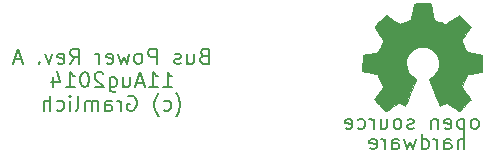
<source format=gbo>
%FSLAX34Y34*%
G04 Gerber Fmt 3.4, Leading zero omitted, Abs format*
G04 (created by PCBNEW (2014-jan-25)-product) date Sun 17 Aug 2014 09:07:50 PM PDT*
%MOIN*%
G01*
G70*
G90*
G04 APERTURE LIST*
%ADD10C,0.003937*%
%ADD11C,0.008000*%
%ADD12C,0.000100*%
G04 APERTURE END LIST*
G54D10*
G54D11*
X47335Y-43459D02*
X47263Y-43483D01*
X47239Y-43507D01*
X47216Y-43555D01*
X47216Y-43626D01*
X47239Y-43674D01*
X47263Y-43697D01*
X47311Y-43721D01*
X47501Y-43721D01*
X47501Y-43221D01*
X47335Y-43221D01*
X47287Y-43245D01*
X47263Y-43269D01*
X47239Y-43317D01*
X47239Y-43364D01*
X47263Y-43412D01*
X47287Y-43436D01*
X47335Y-43459D01*
X47501Y-43459D01*
X46787Y-43388D02*
X46787Y-43721D01*
X47001Y-43388D02*
X47001Y-43650D01*
X46977Y-43697D01*
X46930Y-43721D01*
X46858Y-43721D01*
X46811Y-43697D01*
X46787Y-43674D01*
X46573Y-43697D02*
X46525Y-43721D01*
X46430Y-43721D01*
X46382Y-43697D01*
X46358Y-43650D01*
X46358Y-43626D01*
X46382Y-43578D01*
X46430Y-43555D01*
X46501Y-43555D01*
X46549Y-43531D01*
X46573Y-43483D01*
X46573Y-43459D01*
X46549Y-43412D01*
X46501Y-43388D01*
X46430Y-43388D01*
X46382Y-43412D01*
X45763Y-43721D02*
X45763Y-43221D01*
X45573Y-43221D01*
X45525Y-43245D01*
X45501Y-43269D01*
X45477Y-43317D01*
X45477Y-43388D01*
X45501Y-43436D01*
X45525Y-43459D01*
X45573Y-43483D01*
X45763Y-43483D01*
X45192Y-43721D02*
X45239Y-43697D01*
X45263Y-43674D01*
X45287Y-43626D01*
X45287Y-43483D01*
X45263Y-43436D01*
X45239Y-43412D01*
X45192Y-43388D01*
X45120Y-43388D01*
X45073Y-43412D01*
X45049Y-43436D01*
X45025Y-43483D01*
X45025Y-43626D01*
X45049Y-43674D01*
X45073Y-43697D01*
X45120Y-43721D01*
X45192Y-43721D01*
X44858Y-43388D02*
X44763Y-43721D01*
X44668Y-43483D01*
X44573Y-43721D01*
X44477Y-43388D01*
X44097Y-43697D02*
X44144Y-43721D01*
X44239Y-43721D01*
X44287Y-43697D01*
X44311Y-43650D01*
X44311Y-43459D01*
X44287Y-43412D01*
X44239Y-43388D01*
X44144Y-43388D01*
X44097Y-43412D01*
X44073Y-43459D01*
X44073Y-43507D01*
X44311Y-43555D01*
X43858Y-43721D02*
X43858Y-43388D01*
X43858Y-43483D02*
X43835Y-43436D01*
X43811Y-43412D01*
X43763Y-43388D01*
X43716Y-43388D01*
X42882Y-43721D02*
X43049Y-43483D01*
X43168Y-43721D02*
X43168Y-43221D01*
X42977Y-43221D01*
X42930Y-43245D01*
X42906Y-43269D01*
X42882Y-43317D01*
X42882Y-43388D01*
X42906Y-43436D01*
X42930Y-43459D01*
X42977Y-43483D01*
X43168Y-43483D01*
X42477Y-43697D02*
X42525Y-43721D01*
X42620Y-43721D01*
X42668Y-43697D01*
X42692Y-43650D01*
X42692Y-43459D01*
X42668Y-43412D01*
X42620Y-43388D01*
X42525Y-43388D01*
X42477Y-43412D01*
X42454Y-43459D01*
X42454Y-43507D01*
X42692Y-43555D01*
X42287Y-43388D02*
X42168Y-43721D01*
X42049Y-43388D01*
X41858Y-43674D02*
X41835Y-43697D01*
X41858Y-43721D01*
X41882Y-43697D01*
X41858Y-43674D01*
X41858Y-43721D01*
X41263Y-43578D02*
X41025Y-43578D01*
X41311Y-43721D02*
X41144Y-43221D01*
X40977Y-43721D01*
X45989Y-44501D02*
X46275Y-44501D01*
X46132Y-44501D02*
X46132Y-44001D01*
X46180Y-44073D01*
X46227Y-44120D01*
X46275Y-44144D01*
X45513Y-44501D02*
X45799Y-44501D01*
X45656Y-44501D02*
X45656Y-44001D01*
X45704Y-44073D01*
X45751Y-44120D01*
X45799Y-44144D01*
X45323Y-44358D02*
X45085Y-44358D01*
X45370Y-44501D02*
X45204Y-44001D01*
X45037Y-44501D01*
X44656Y-44168D02*
X44656Y-44501D01*
X44870Y-44168D02*
X44870Y-44430D01*
X44847Y-44477D01*
X44799Y-44501D01*
X44727Y-44501D01*
X44680Y-44477D01*
X44656Y-44454D01*
X44204Y-44168D02*
X44204Y-44573D01*
X44227Y-44620D01*
X44251Y-44644D01*
X44299Y-44668D01*
X44370Y-44668D01*
X44418Y-44644D01*
X44204Y-44477D02*
X44251Y-44501D01*
X44347Y-44501D01*
X44394Y-44477D01*
X44418Y-44454D01*
X44442Y-44406D01*
X44442Y-44263D01*
X44418Y-44216D01*
X44394Y-44192D01*
X44347Y-44168D01*
X44251Y-44168D01*
X44204Y-44192D01*
X43989Y-44049D02*
X43966Y-44025D01*
X43918Y-44001D01*
X43799Y-44001D01*
X43751Y-44025D01*
X43727Y-44049D01*
X43704Y-44097D01*
X43704Y-44144D01*
X43727Y-44216D01*
X44013Y-44501D01*
X43704Y-44501D01*
X43394Y-44001D02*
X43347Y-44001D01*
X43299Y-44025D01*
X43275Y-44049D01*
X43251Y-44097D01*
X43227Y-44192D01*
X43227Y-44311D01*
X43251Y-44406D01*
X43275Y-44454D01*
X43299Y-44477D01*
X43347Y-44501D01*
X43394Y-44501D01*
X43442Y-44477D01*
X43466Y-44454D01*
X43489Y-44406D01*
X43513Y-44311D01*
X43513Y-44192D01*
X43489Y-44097D01*
X43466Y-44049D01*
X43442Y-44025D01*
X43394Y-44001D01*
X42751Y-44501D02*
X43037Y-44501D01*
X42894Y-44501D02*
X42894Y-44001D01*
X42942Y-44073D01*
X42989Y-44120D01*
X43037Y-44144D01*
X42323Y-44168D02*
X42323Y-44501D01*
X42442Y-43977D02*
X42561Y-44335D01*
X42251Y-44335D01*
X46406Y-45472D02*
X46430Y-45448D01*
X46477Y-45377D01*
X46501Y-45329D01*
X46525Y-45257D01*
X46549Y-45138D01*
X46549Y-45043D01*
X46525Y-44924D01*
X46501Y-44853D01*
X46477Y-44805D01*
X46430Y-44734D01*
X46406Y-44710D01*
X46001Y-45257D02*
X46049Y-45281D01*
X46144Y-45281D01*
X46192Y-45257D01*
X46216Y-45234D01*
X46239Y-45186D01*
X46239Y-45043D01*
X46216Y-44996D01*
X46192Y-44972D01*
X46144Y-44948D01*
X46049Y-44948D01*
X46001Y-44972D01*
X45835Y-45472D02*
X45811Y-45448D01*
X45763Y-45377D01*
X45739Y-45329D01*
X45716Y-45257D01*
X45692Y-45138D01*
X45692Y-45043D01*
X45716Y-44924D01*
X45739Y-44853D01*
X45763Y-44805D01*
X45811Y-44734D01*
X45835Y-44710D01*
X44811Y-44805D02*
X44858Y-44781D01*
X44930Y-44781D01*
X45001Y-44805D01*
X45049Y-44853D01*
X45073Y-44900D01*
X45097Y-44996D01*
X45097Y-45067D01*
X45073Y-45162D01*
X45049Y-45210D01*
X45001Y-45257D01*
X44930Y-45281D01*
X44882Y-45281D01*
X44811Y-45257D01*
X44787Y-45234D01*
X44787Y-45067D01*
X44882Y-45067D01*
X44573Y-45281D02*
X44573Y-44948D01*
X44573Y-45043D02*
X44549Y-44996D01*
X44525Y-44972D01*
X44477Y-44948D01*
X44430Y-44948D01*
X44049Y-45281D02*
X44049Y-45019D01*
X44073Y-44972D01*
X44120Y-44948D01*
X44216Y-44948D01*
X44263Y-44972D01*
X44049Y-45257D02*
X44097Y-45281D01*
X44216Y-45281D01*
X44263Y-45257D01*
X44287Y-45210D01*
X44287Y-45162D01*
X44263Y-45115D01*
X44216Y-45091D01*
X44097Y-45091D01*
X44049Y-45067D01*
X43811Y-45281D02*
X43811Y-44948D01*
X43811Y-44996D02*
X43787Y-44972D01*
X43739Y-44948D01*
X43668Y-44948D01*
X43620Y-44972D01*
X43597Y-45019D01*
X43597Y-45281D01*
X43597Y-45019D02*
X43573Y-44972D01*
X43525Y-44948D01*
X43454Y-44948D01*
X43406Y-44972D01*
X43382Y-45019D01*
X43382Y-45281D01*
X43073Y-45281D02*
X43120Y-45257D01*
X43144Y-45210D01*
X43144Y-44781D01*
X42882Y-45281D02*
X42882Y-44948D01*
X42882Y-44781D02*
X42906Y-44805D01*
X42882Y-44829D01*
X42858Y-44805D01*
X42882Y-44781D01*
X42882Y-44829D01*
X42430Y-45257D02*
X42477Y-45281D01*
X42573Y-45281D01*
X42620Y-45257D01*
X42644Y-45234D01*
X42668Y-45186D01*
X42668Y-45043D01*
X42644Y-44996D01*
X42620Y-44972D01*
X42573Y-44948D01*
X42477Y-44948D01*
X42430Y-44972D01*
X42216Y-45281D02*
X42216Y-44781D01*
X42001Y-45281D02*
X42001Y-45019D01*
X42025Y-44972D01*
X42073Y-44948D01*
X42144Y-44948D01*
X42192Y-44972D01*
X42216Y-44996D01*
X56026Y-46568D02*
X56026Y-46068D01*
X55812Y-46568D02*
X55812Y-46306D01*
X55836Y-46259D01*
X55883Y-46235D01*
X55955Y-46235D01*
X56002Y-46259D01*
X56026Y-46282D01*
X55359Y-46568D02*
X55359Y-46306D01*
X55383Y-46259D01*
X55431Y-46235D01*
X55526Y-46235D01*
X55574Y-46259D01*
X55359Y-46544D02*
X55407Y-46568D01*
X55526Y-46568D01*
X55574Y-46544D01*
X55598Y-46497D01*
X55598Y-46449D01*
X55574Y-46402D01*
X55526Y-46378D01*
X55407Y-46378D01*
X55359Y-46354D01*
X55121Y-46568D02*
X55121Y-46235D01*
X55121Y-46330D02*
X55098Y-46282D01*
X55074Y-46259D01*
X55026Y-46235D01*
X54979Y-46235D01*
X54598Y-46568D02*
X54598Y-46068D01*
X54598Y-46544D02*
X54645Y-46568D01*
X54740Y-46568D01*
X54788Y-46544D01*
X54812Y-46521D01*
X54836Y-46473D01*
X54836Y-46330D01*
X54812Y-46282D01*
X54788Y-46259D01*
X54740Y-46235D01*
X54645Y-46235D01*
X54598Y-46259D01*
X54407Y-46235D02*
X54312Y-46568D01*
X54217Y-46330D01*
X54121Y-46568D01*
X54026Y-46235D01*
X53621Y-46568D02*
X53621Y-46306D01*
X53645Y-46259D01*
X53693Y-46235D01*
X53788Y-46235D01*
X53836Y-46259D01*
X53621Y-46544D02*
X53669Y-46568D01*
X53788Y-46568D01*
X53836Y-46544D01*
X53859Y-46497D01*
X53859Y-46449D01*
X53836Y-46402D01*
X53788Y-46378D01*
X53669Y-46378D01*
X53621Y-46354D01*
X53383Y-46568D02*
X53383Y-46235D01*
X53383Y-46330D02*
X53359Y-46282D01*
X53336Y-46259D01*
X53288Y-46235D01*
X53240Y-46235D01*
X52883Y-46544D02*
X52931Y-46568D01*
X53026Y-46568D01*
X53074Y-46544D01*
X53098Y-46497D01*
X53098Y-46306D01*
X53074Y-46259D01*
X53026Y-46235D01*
X52931Y-46235D01*
X52883Y-46259D01*
X52859Y-46306D01*
X52859Y-46354D01*
X53098Y-46402D01*
X56404Y-45895D02*
X56451Y-45871D01*
X56475Y-45847D01*
X56499Y-45800D01*
X56499Y-45657D01*
X56475Y-45609D01*
X56451Y-45585D01*
X56404Y-45562D01*
X56332Y-45562D01*
X56284Y-45585D01*
X56261Y-45609D01*
X56237Y-45657D01*
X56237Y-45800D01*
X56261Y-45847D01*
X56284Y-45871D01*
X56332Y-45895D01*
X56404Y-45895D01*
X56023Y-45562D02*
X56023Y-46062D01*
X56023Y-45585D02*
X55975Y-45562D01*
X55880Y-45562D01*
X55832Y-45585D01*
X55808Y-45609D01*
X55784Y-45657D01*
X55784Y-45800D01*
X55808Y-45847D01*
X55832Y-45871D01*
X55880Y-45895D01*
X55975Y-45895D01*
X56023Y-45871D01*
X55380Y-45871D02*
X55427Y-45895D01*
X55523Y-45895D01*
X55570Y-45871D01*
X55594Y-45824D01*
X55594Y-45633D01*
X55570Y-45585D01*
X55523Y-45562D01*
X55427Y-45562D01*
X55380Y-45585D01*
X55356Y-45633D01*
X55356Y-45681D01*
X55594Y-45728D01*
X55142Y-45562D02*
X55142Y-45895D01*
X55142Y-45609D02*
X55118Y-45585D01*
X55070Y-45562D01*
X54999Y-45562D01*
X54951Y-45585D01*
X54927Y-45633D01*
X54927Y-45895D01*
X54332Y-45871D02*
X54284Y-45895D01*
X54189Y-45895D01*
X54142Y-45871D01*
X54118Y-45824D01*
X54118Y-45800D01*
X54142Y-45752D01*
X54189Y-45728D01*
X54261Y-45728D01*
X54308Y-45705D01*
X54332Y-45657D01*
X54332Y-45633D01*
X54308Y-45585D01*
X54261Y-45562D01*
X54189Y-45562D01*
X54142Y-45585D01*
X53832Y-45895D02*
X53880Y-45871D01*
X53904Y-45847D01*
X53927Y-45800D01*
X53927Y-45657D01*
X53904Y-45609D01*
X53880Y-45585D01*
X53832Y-45562D01*
X53761Y-45562D01*
X53713Y-45585D01*
X53689Y-45609D01*
X53665Y-45657D01*
X53665Y-45800D01*
X53689Y-45847D01*
X53713Y-45871D01*
X53761Y-45895D01*
X53832Y-45895D01*
X53237Y-45562D02*
X53237Y-45895D01*
X53451Y-45562D02*
X53451Y-45824D01*
X53427Y-45871D01*
X53380Y-45895D01*
X53308Y-45895D01*
X53261Y-45871D01*
X53237Y-45847D01*
X52999Y-45895D02*
X52999Y-45562D01*
X52999Y-45657D02*
X52975Y-45609D01*
X52951Y-45585D01*
X52904Y-45562D01*
X52856Y-45562D01*
X52475Y-45871D02*
X52523Y-45895D01*
X52618Y-45895D01*
X52665Y-45871D01*
X52689Y-45847D01*
X52713Y-45800D01*
X52713Y-45657D01*
X52689Y-45609D01*
X52665Y-45585D01*
X52618Y-45562D01*
X52523Y-45562D01*
X52475Y-45585D01*
X52070Y-45871D02*
X52118Y-45895D01*
X52213Y-45895D01*
X52261Y-45871D01*
X52284Y-45824D01*
X52284Y-45633D01*
X52261Y-45585D01*
X52213Y-45562D01*
X52118Y-45562D01*
X52070Y-45585D01*
X52046Y-45633D01*
X52046Y-45681D01*
X52284Y-45728D01*
G54D12*
G36*
X53413Y-45299D02*
X53434Y-45289D01*
X53481Y-45259D01*
X53547Y-45215D01*
X53626Y-45162D01*
X53705Y-45109D01*
X53771Y-45065D01*
X53816Y-45036D01*
X53835Y-45025D01*
X53845Y-45029D01*
X53883Y-45047D01*
X53938Y-45076D01*
X53969Y-45092D01*
X54020Y-45114D01*
X54044Y-45118D01*
X54049Y-45111D01*
X54067Y-45073D01*
X54096Y-45007D01*
X54134Y-44921D01*
X54177Y-44819D01*
X54223Y-44710D01*
X54270Y-44598D01*
X54314Y-44491D01*
X54353Y-44396D01*
X54384Y-44318D01*
X54405Y-44264D01*
X54413Y-44240D01*
X54410Y-44236D01*
X54385Y-44211D01*
X54341Y-44178D01*
X54247Y-44102D01*
X54153Y-43985D01*
X54096Y-43852D01*
X54078Y-43705D01*
X54094Y-43569D01*
X54147Y-43438D01*
X54239Y-43320D01*
X54350Y-43232D01*
X54479Y-43177D01*
X54625Y-43159D01*
X54764Y-43175D01*
X54898Y-43227D01*
X55016Y-43317D01*
X55066Y-43375D01*
X55135Y-43494D01*
X55174Y-43622D01*
X55178Y-43655D01*
X55172Y-43795D01*
X55131Y-43930D01*
X55056Y-44050D01*
X54953Y-44149D01*
X54941Y-44158D01*
X54893Y-44194D01*
X54861Y-44218D01*
X54836Y-44239D01*
X55015Y-44669D01*
X55043Y-44738D01*
X55092Y-44855D01*
X55136Y-44957D01*
X55170Y-45038D01*
X55194Y-45091D01*
X55204Y-45113D01*
X55206Y-45114D01*
X55221Y-45117D01*
X55254Y-45105D01*
X55314Y-45076D01*
X55354Y-45056D01*
X55400Y-45034D01*
X55420Y-45025D01*
X55437Y-45035D01*
X55482Y-45063D01*
X55546Y-45106D01*
X55623Y-45158D01*
X55696Y-45208D01*
X55763Y-45253D01*
X55813Y-45284D01*
X55836Y-45297D01*
X55840Y-45297D01*
X55861Y-45285D01*
X55900Y-45253D01*
X55959Y-45197D01*
X56042Y-45116D01*
X56054Y-45103D01*
X56122Y-45034D01*
X56178Y-44975D01*
X56215Y-44934D01*
X56228Y-44915D01*
X56228Y-44915D01*
X56216Y-44892D01*
X56185Y-44843D01*
X56140Y-44774D01*
X56086Y-44694D01*
X55943Y-44487D01*
X56022Y-44292D01*
X56046Y-44232D01*
X56076Y-44159D01*
X56099Y-44107D01*
X56111Y-44085D01*
X56132Y-44077D01*
X56185Y-44064D01*
X56263Y-44048D01*
X56355Y-44031D01*
X56443Y-44015D01*
X56523Y-44000D01*
X56581Y-43989D01*
X56607Y-43983D01*
X56613Y-43980D01*
X56618Y-43967D01*
X56621Y-43940D01*
X56623Y-43892D01*
X56624Y-43816D01*
X56624Y-43705D01*
X56624Y-43693D01*
X56623Y-43588D01*
X56622Y-43504D01*
X56619Y-43450D01*
X56615Y-43428D01*
X56615Y-43428D01*
X56590Y-43422D01*
X56534Y-43410D01*
X56454Y-43394D01*
X56359Y-43376D01*
X56353Y-43375D01*
X56259Y-43357D01*
X56179Y-43340D01*
X56124Y-43327D01*
X56100Y-43320D01*
X56096Y-43313D01*
X56076Y-43277D01*
X56049Y-43218D01*
X56018Y-43146D01*
X55987Y-43072D01*
X55960Y-43005D01*
X55942Y-42955D01*
X55937Y-42933D01*
X55937Y-42932D01*
X55952Y-42909D01*
X55984Y-42861D01*
X56030Y-42792D01*
X56085Y-42712D01*
X56090Y-42706D01*
X56144Y-42626D01*
X56188Y-42558D01*
X56217Y-42510D01*
X56228Y-42488D01*
X56228Y-42487D01*
X56210Y-42463D01*
X56169Y-42418D01*
X56111Y-42357D01*
X56041Y-42286D01*
X56019Y-42264D01*
X55941Y-42188D01*
X55887Y-42139D01*
X55853Y-42112D01*
X55837Y-42106D01*
X55837Y-42107D01*
X55813Y-42121D01*
X55762Y-42154D01*
X55694Y-42201D01*
X55613Y-42256D01*
X55607Y-42260D01*
X55527Y-42314D01*
X55460Y-42359D01*
X55413Y-42390D01*
X55392Y-42403D01*
X55389Y-42403D01*
X55356Y-42393D01*
X55299Y-42373D01*
X55229Y-42346D01*
X55155Y-42317D01*
X55088Y-42288D01*
X55038Y-42265D01*
X55014Y-42252D01*
X55013Y-42250D01*
X55005Y-42222D01*
X54991Y-42162D01*
X54974Y-42080D01*
X54956Y-41982D01*
X54953Y-41966D01*
X54935Y-41871D01*
X54919Y-41792D01*
X54908Y-41738D01*
X54903Y-41715D01*
X54889Y-41712D01*
X54842Y-41709D01*
X54771Y-41707D01*
X54685Y-41706D01*
X54595Y-41707D01*
X54506Y-41708D01*
X54431Y-41711D01*
X54377Y-41715D01*
X54354Y-41719D01*
X54354Y-41721D01*
X54345Y-41750D01*
X54332Y-41810D01*
X54315Y-41893D01*
X54297Y-41991D01*
X54293Y-42008D01*
X54275Y-42103D01*
X54259Y-42181D01*
X54248Y-42235D01*
X54242Y-42256D01*
X54233Y-42261D01*
X54194Y-42278D01*
X54130Y-42304D01*
X54051Y-42336D01*
X53868Y-42410D01*
X53644Y-42256D01*
X53623Y-42242D01*
X53542Y-42187D01*
X53476Y-42143D01*
X53430Y-42113D01*
X53411Y-42102D01*
X53409Y-42103D01*
X53387Y-42123D01*
X53342Y-42165D01*
X53282Y-42224D01*
X53211Y-42294D01*
X53159Y-42346D01*
X53097Y-42409D01*
X53058Y-42452D01*
X53036Y-42479D01*
X53029Y-42495D01*
X53030Y-42506D01*
X53045Y-42529D01*
X53078Y-42579D01*
X53124Y-42647D01*
X53179Y-42726D01*
X53224Y-42792D01*
X53273Y-42868D01*
X53304Y-42922D01*
X53315Y-42948D01*
X53312Y-42959D01*
X53297Y-43003D01*
X53270Y-43069D01*
X53236Y-43148D01*
X53158Y-43326D01*
X53042Y-43348D01*
X52971Y-43362D01*
X52873Y-43381D01*
X52778Y-43399D01*
X52631Y-43428D01*
X52625Y-43970D01*
X52648Y-43979D01*
X52670Y-43985D01*
X52725Y-43997D01*
X52803Y-44013D01*
X52895Y-44030D01*
X52973Y-44045D01*
X53052Y-44060D01*
X53109Y-44071D01*
X53134Y-44076D01*
X53140Y-44085D01*
X53160Y-44123D01*
X53188Y-44184D01*
X53220Y-44257D01*
X53251Y-44333D01*
X53279Y-44403D01*
X53298Y-44456D01*
X53306Y-44484D01*
X53295Y-44505D01*
X53265Y-44551D01*
X53221Y-44617D01*
X53168Y-44696D01*
X53114Y-44774D01*
X53069Y-44841D01*
X53037Y-44890D01*
X53024Y-44912D01*
X53030Y-44927D01*
X53062Y-44965D01*
X53121Y-45026D01*
X53209Y-45113D01*
X53224Y-45127D01*
X53294Y-45195D01*
X53353Y-45249D01*
X53394Y-45286D01*
X53413Y-45299D01*
X53413Y-45299D01*
G37*
X53413Y-45299D02*
X53434Y-45289D01*
X53481Y-45259D01*
X53547Y-45215D01*
X53626Y-45162D01*
X53705Y-45109D01*
X53771Y-45065D01*
X53816Y-45036D01*
X53835Y-45025D01*
X53845Y-45029D01*
X53883Y-45047D01*
X53938Y-45076D01*
X53969Y-45092D01*
X54020Y-45114D01*
X54044Y-45118D01*
X54049Y-45111D01*
X54067Y-45073D01*
X54096Y-45007D01*
X54134Y-44921D01*
X54177Y-44819D01*
X54223Y-44710D01*
X54270Y-44598D01*
X54314Y-44491D01*
X54353Y-44396D01*
X54384Y-44318D01*
X54405Y-44264D01*
X54413Y-44240D01*
X54410Y-44236D01*
X54385Y-44211D01*
X54341Y-44178D01*
X54247Y-44102D01*
X54153Y-43985D01*
X54096Y-43852D01*
X54078Y-43705D01*
X54094Y-43569D01*
X54147Y-43438D01*
X54239Y-43320D01*
X54350Y-43232D01*
X54479Y-43177D01*
X54625Y-43159D01*
X54764Y-43175D01*
X54898Y-43227D01*
X55016Y-43317D01*
X55066Y-43375D01*
X55135Y-43494D01*
X55174Y-43622D01*
X55178Y-43655D01*
X55172Y-43795D01*
X55131Y-43930D01*
X55056Y-44050D01*
X54953Y-44149D01*
X54941Y-44158D01*
X54893Y-44194D01*
X54861Y-44218D01*
X54836Y-44239D01*
X55015Y-44669D01*
X55043Y-44738D01*
X55092Y-44855D01*
X55136Y-44957D01*
X55170Y-45038D01*
X55194Y-45091D01*
X55204Y-45113D01*
X55206Y-45114D01*
X55221Y-45117D01*
X55254Y-45105D01*
X55314Y-45076D01*
X55354Y-45056D01*
X55400Y-45034D01*
X55420Y-45025D01*
X55437Y-45035D01*
X55482Y-45063D01*
X55546Y-45106D01*
X55623Y-45158D01*
X55696Y-45208D01*
X55763Y-45253D01*
X55813Y-45284D01*
X55836Y-45297D01*
X55840Y-45297D01*
X55861Y-45285D01*
X55900Y-45253D01*
X55959Y-45197D01*
X56042Y-45116D01*
X56054Y-45103D01*
X56122Y-45034D01*
X56178Y-44975D01*
X56215Y-44934D01*
X56228Y-44915D01*
X56228Y-44915D01*
X56216Y-44892D01*
X56185Y-44843D01*
X56140Y-44774D01*
X56086Y-44694D01*
X55943Y-44487D01*
X56022Y-44292D01*
X56046Y-44232D01*
X56076Y-44159D01*
X56099Y-44107D01*
X56111Y-44085D01*
X56132Y-44077D01*
X56185Y-44064D01*
X56263Y-44048D01*
X56355Y-44031D01*
X56443Y-44015D01*
X56523Y-44000D01*
X56581Y-43989D01*
X56607Y-43983D01*
X56613Y-43980D01*
X56618Y-43967D01*
X56621Y-43940D01*
X56623Y-43892D01*
X56624Y-43816D01*
X56624Y-43705D01*
X56624Y-43693D01*
X56623Y-43588D01*
X56622Y-43504D01*
X56619Y-43450D01*
X56615Y-43428D01*
X56615Y-43428D01*
X56590Y-43422D01*
X56534Y-43410D01*
X56454Y-43394D01*
X56359Y-43376D01*
X56353Y-43375D01*
X56259Y-43357D01*
X56179Y-43340D01*
X56124Y-43327D01*
X56100Y-43320D01*
X56096Y-43313D01*
X56076Y-43277D01*
X56049Y-43218D01*
X56018Y-43146D01*
X55987Y-43072D01*
X55960Y-43005D01*
X55942Y-42955D01*
X55937Y-42933D01*
X55937Y-42932D01*
X55952Y-42909D01*
X55984Y-42861D01*
X56030Y-42792D01*
X56085Y-42712D01*
X56090Y-42706D01*
X56144Y-42626D01*
X56188Y-42558D01*
X56217Y-42510D01*
X56228Y-42488D01*
X56228Y-42487D01*
X56210Y-42463D01*
X56169Y-42418D01*
X56111Y-42357D01*
X56041Y-42286D01*
X56019Y-42264D01*
X55941Y-42188D01*
X55887Y-42139D01*
X55853Y-42112D01*
X55837Y-42106D01*
X55837Y-42107D01*
X55813Y-42121D01*
X55762Y-42154D01*
X55694Y-42201D01*
X55613Y-42256D01*
X55607Y-42260D01*
X55527Y-42314D01*
X55460Y-42359D01*
X55413Y-42390D01*
X55392Y-42403D01*
X55389Y-42403D01*
X55356Y-42393D01*
X55299Y-42373D01*
X55229Y-42346D01*
X55155Y-42317D01*
X55088Y-42288D01*
X55038Y-42265D01*
X55014Y-42252D01*
X55013Y-42250D01*
X55005Y-42222D01*
X54991Y-42162D01*
X54974Y-42080D01*
X54956Y-41982D01*
X54953Y-41966D01*
X54935Y-41871D01*
X54919Y-41792D01*
X54908Y-41738D01*
X54903Y-41715D01*
X54889Y-41712D01*
X54842Y-41709D01*
X54771Y-41707D01*
X54685Y-41706D01*
X54595Y-41707D01*
X54506Y-41708D01*
X54431Y-41711D01*
X54377Y-41715D01*
X54354Y-41719D01*
X54354Y-41721D01*
X54345Y-41750D01*
X54332Y-41810D01*
X54315Y-41893D01*
X54297Y-41991D01*
X54293Y-42008D01*
X54275Y-42103D01*
X54259Y-42181D01*
X54248Y-42235D01*
X54242Y-42256D01*
X54233Y-42261D01*
X54194Y-42278D01*
X54130Y-42304D01*
X54051Y-42336D01*
X53868Y-42410D01*
X53644Y-42256D01*
X53623Y-42242D01*
X53542Y-42187D01*
X53476Y-42143D01*
X53430Y-42113D01*
X53411Y-42102D01*
X53409Y-42103D01*
X53387Y-42123D01*
X53342Y-42165D01*
X53282Y-42224D01*
X53211Y-42294D01*
X53159Y-42346D01*
X53097Y-42409D01*
X53058Y-42452D01*
X53036Y-42479D01*
X53029Y-42495D01*
X53030Y-42506D01*
X53045Y-42529D01*
X53078Y-42579D01*
X53124Y-42647D01*
X53179Y-42726D01*
X53224Y-42792D01*
X53273Y-42868D01*
X53304Y-42922D01*
X53315Y-42948D01*
X53312Y-42959D01*
X53297Y-43003D01*
X53270Y-43069D01*
X53236Y-43148D01*
X53158Y-43326D01*
X53042Y-43348D01*
X52971Y-43362D01*
X52873Y-43381D01*
X52778Y-43399D01*
X52631Y-43428D01*
X52625Y-43970D01*
X52648Y-43979D01*
X52670Y-43985D01*
X52725Y-43997D01*
X52803Y-44013D01*
X52895Y-44030D01*
X52973Y-44045D01*
X53052Y-44060D01*
X53109Y-44071D01*
X53134Y-44076D01*
X53140Y-44085D01*
X53160Y-44123D01*
X53188Y-44184D01*
X53220Y-44257D01*
X53251Y-44333D01*
X53279Y-44403D01*
X53298Y-44456D01*
X53306Y-44484D01*
X53295Y-44505D01*
X53265Y-44551D01*
X53221Y-44617D01*
X53168Y-44696D01*
X53114Y-44774D01*
X53069Y-44841D01*
X53037Y-44890D01*
X53024Y-44912D01*
X53030Y-44927D01*
X53062Y-44965D01*
X53121Y-45026D01*
X53209Y-45113D01*
X53224Y-45127D01*
X53294Y-45195D01*
X53353Y-45249D01*
X53394Y-45286D01*
X53413Y-45299D01*
M02*

</source>
